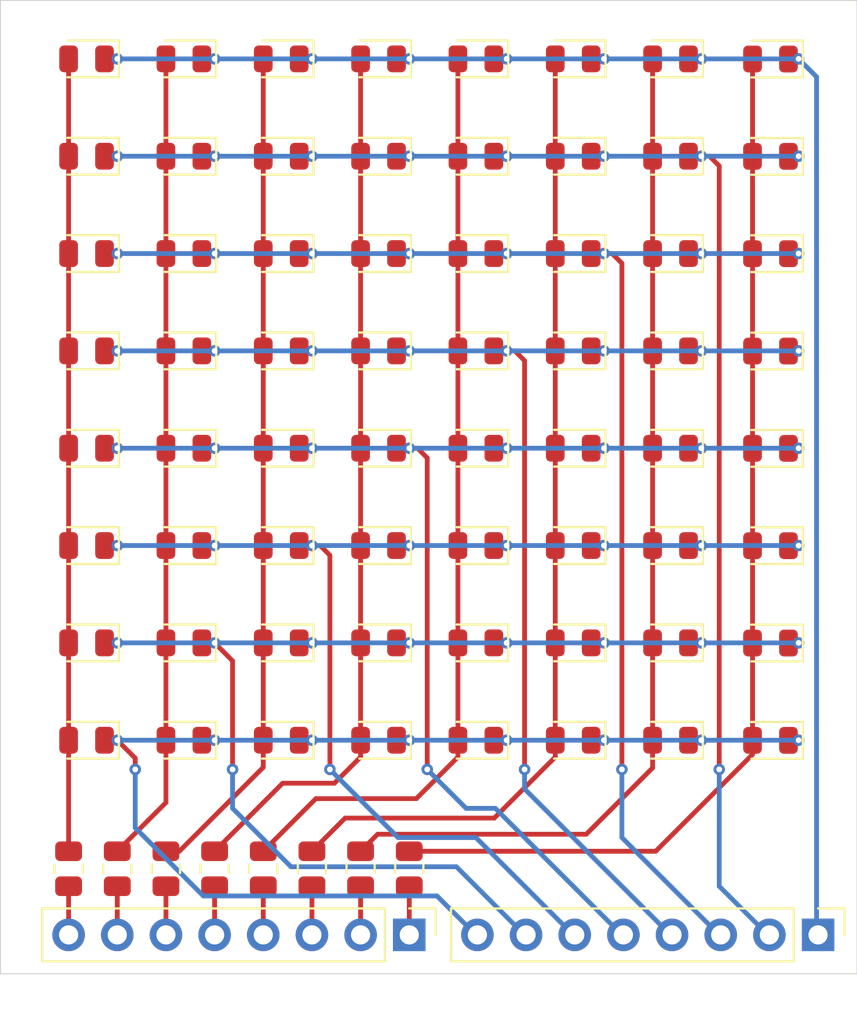
<source format=kicad_pcb>
(kicad_pcb (version 20241229) (generator "pcbnew") (generator_version "9.0")
  (layers (0 "F.Cu" signal) (2 "B.Cu" signal) (13 "F.Paste" user) (15 "B.Paste" user) (5 "F.SilkS" user "F.Silkscreen") (7 "B.SilkS" user "B.Silkscreen") (1 "F.Mask" user) (3 "B.Mask" user) (25 "Edge.Cuts" user))
  (net 0 "")
  (net 1 "Net-(D1-K)")
  (net 2 "Net-(D1-A)")
  (net 3 "Net-(D10-A)")
  (net 4 "Net-(D11-A)")
  (net 5 "Net-(D12-A)")
  (net 6 "Net-(D13-A)")
  (net 7 "Net-(D14-A)")
  (net 8 "Net-(D15-A)")
  (net 9 "Net-(D16-A)")
  (net 10 "Net-(D10-K)")
  (net 11 "Net-(D17-K)")
  (net 12 "Net-(D18-K)")
  (net 13 "Net-(D33-K)")
  (net 14 "Net-(D34-K)")
  (net 15 "Net-(D35-K)")
  (net 16 "Net-(D36-K)")
  (net 17 "Net-(J1-Pin_1)")
  (net 18 "Net-(J1-Pin_5)")
  (net 19 "Net-(J1-Pin_8)")
  (net 20 "Net-(J1-Pin_6)")
  (net 21 "Net-(J1-Pin_2)")
  (net 22 "Net-(J1-Pin_7)")
  (net 23 "Net-(J1-Pin_4)")
  (net 24 "Net-(J1-Pin_3)")
  (footprint "LED_SMD:LED_0805_2012Metric" (layer "F.Cu") (at 153.7095 109.52 180)
    (property "Reference" "D59" (hide yes))
    (property "Value" "LED")
  )
  (footprint "LED_SMD:LED_0805_2012Metric" (layer "F.Cu") (at 148.6295 109.52 180)
    (property "Reference" "D63" (hide yes))
    (property "Value" "LED")
  )
  (footprint "LED_SMD:LED_0805_2012Metric" (layer "F.Cu") (at 153.7095 79.04 180)
    (property "Reference" "D7" (hide yes))
    (property "Value" "LED")
  )
  (footprint "LED_SMD:LED_0805_2012Metric" (layer "F.Cu") (at 168.9495 79.04 180)
    (property "Reference" "D4" (hide yes))
    (property "Value" "LED")
  )
  (footprint "LED_SMD:LED_0805_2012Metric" (layer "F.Cu") (at 179.1095 114.6 180)
    (property "Reference" "D40" (hide yes))
    (property "Value" "LED")
  )
  (footprint "LED_SMD:LED_0805_2012Metric" (layer "F.Cu") (at 184.325994 114.607608 180)
    (property "Reference" "D36" (hide yes))
    (property "Value" "LED")
  )
  (footprint "LED_SMD:LED_0805_2012Metric" (layer "F.Cu") (at 148.6295 99.36 180)
    (property "Reference" "D61" (hide yes))
    (property "Value" "LED")
  )
  (footprint "LED_SMD:LED_0805_2012Metric" (layer "F.Cu") (at 174.0295 109.52 180)
    (property "Reference" "D43" (hide yes))
    (property "Value" "LED")
  )
  (footprint "LED_SMD:LED_0805_2012Metric" (layer "F.Cu") (at 168.9495 89.2 180)
    (property "Reference" "D23" (hide yes))
    (property "Value" "LED")
  )
  (footprint "LED_SMD:LED_0805_2012Metric" (layer "F.Cu") (at 168.9495 104.44 180)
    (property "Reference" "D46" (hide yes))
    (property "Value" "LED")
  )
  (footprint "LED_SMD:LED_0805_2012Metric" (layer "F.Cu") (at 163.8695 94.28 180)
    (property "Reference" "D26" (hide yes))
    (property "Value" "LED")
  )
  (footprint "LED_SMD:LED_0805_2012Metric" (layer "F.Cu") (at 179.1095 84.12 180)
    (property "Reference" "D10" (hide yes))
    (property "Value" "LED")
  )
  (footprint "Resistor_SMD:R_0805_2012Metric" (layer "F.Cu") (at 160.392 121.3075 -90)
    (property "Reference" "R3" (hide yes))
    (property "Value" "R")
  )
  (footprint "LED_SMD:LED_0805_2012Metric" (layer "F.Cu") (at 153.7095 104.44 180)
    (property "Reference" "D58" (hide yes))
    (property "Value" "LED")
  )
  (footprint "LED_SMD:LED_0805_2012Metric" (layer "F.Cu") (at 153.7095 99.36 180)
    (property "Reference" "D57" (hide yes))
    (property "Value" "LED")
  )
  (footprint "LED_SMD:LED_0805_2012Metric" (layer "F.Cu") (at 174.0295 89.2 180)
    (property "Reference" "D21" (hide yes))
    (property "Value" "LED")
  )
  (footprint "Resistor_SMD:R_0805_2012Metric" (layer "F.Cu") (at 152.772 121.3075 -90)
    (property "Reference" "R6" (hide yes))
    (property "Value" "R")
  )
  (footprint "LED_SMD:LED_0805_2012Metric" (layer "F.Cu") (at 148.6295 84.12 180)
    (property "Reference" "D16" (hide yes))
    (property "Value" "LED")
  )
  (footprint "LED_SMD:LED_0805_2012Metric" (layer "F.Cu") (at 184.325994 109.527608 180)
    (property "Reference" "D35" (hide yes))
    (property "Value" "LED")
  )
  (footprint "LED_SMD:LED_0805_2012Metric" (layer "F.Cu") (at 168.9495 114.6 180)
    (property "Reference" "D48" (hide yes))
    (property "Value" "LED")
  )
  (footprint "Connector_PinHeader_2.54mm:PinHeader_1x08_P2.54mm_Vertical" (layer "F.Cu") (at 186.808 124.76 -90)
    (property "Reference" "J2" (hide yes))
    (property "Value" "Conn_01x08")
  )
  (footprint "LED_SMD:LED_0805_2012Metric" (layer "F.Cu") (at 158.7895 114.6 180)
    (property "Reference" "D56" (hide yes))
    (property "Value" "LED")
  )
  (footprint "LED_SMD:LED_0805_2012Metric" (layer "F.Cu") (at 148.6295 94.28 180)
    (property "Reference" "D32" (hide yes))
    (property "Value" "LED")
  )
  (footprint "Resistor_SMD:R_0805_2012Metric" (layer "F.Cu") (at 157.852 121.3075 -90)
    (property "Reference" "R4" (hide yes))
    (property "Value" "R")
  )
  (footprint "LED_SMD:LED_0805_2012Metric" (layer "F.Cu") (at 184.325994 94.287608 180)
    (property "Reference" "D18" (hide yes))
    (property "Value" "LED")
  )
  (footprint "LED_SMD:LED_0805_2012Metric" (layer "F.Cu") (at 148.6295 79.04 180)
    (property "Reference" "D8" (hide yes))
    (property "Value" "LED")
  )
  (footprint "Resistor_SMD:R_0805_2012Metric" (layer "F.Cu") (at 162.932 121.3075 -90)
    (property "Reference" "R2" (hide yes))
    (property "Value" "R")
  )
  (footprint "Resistor_SMD:R_0805_2012Metric" (layer "F.Cu") (at 150.232 121.3075 -90)
    (property "Reference" "R7" (hide yes))
    (property "Value" "R")
  )
  (footprint "LED_SMD:LED_0805_2012Metric" (layer "F.Cu") (at 174.0295 94.28 180)
    (property "Reference" "D22" (hide yes))
    (property "Value" "LED")
  )
  (footprint "LED_SMD:LED_0805_2012Metric" (layer "F.Cu") (at 158.7895 99.36 180)
    (property "Reference" "D53" (hide yes))
    (property "Value" "LED")
  )
  (footprint "LED_SMD:LED_0805_2012Metric" (layer "F.Cu") (at 174.0295 79.04 180)
    (property "Reference" "D3" (hide yes))
    (property "Value" "LED")
  )
  (footprint "LED_SMD:LED_0805_2012Metric" (layer "F.Cu") (at 174.0295 84.12 180)
    (property "Reference" "D11" (hide yes))
    (property "Value" "LED")
  )
  (footprint "Resistor_SMD:R_0805_2012Metric" (layer "F.Cu") (at 155.312 121.3075 -90)
    (property "Reference" "R5" (hide yes))
    (property "Value" "R")
  )
  (footprint "LED_SMD:LED_0805_2012Metric" (layer "F.Cu") (at 184.325994 79.047608 180)
    (property "Reference" "D1" (hide yes))
    (property "Value" "LED")
  )
  (footprint "LED_SMD:LED_0805_2012Metric" (layer "F.Cu") (at 163.8695 89.2 180)
    (property "Reference" "D25" (hide yes))
    (property "Value" "LED")
  )
  (footprint "LED_SMD:LED_0805_2012Metric" (layer "F.Cu") (at 174.0295 104.44 180)
    (property "Reference" "D42" (hide yes))
    (property "Value" "LED")
  )
  (footprint "LED_SMD:LED_0805_2012Metric" (layer "F.Cu") (at 174.0295 114.6 180)
    (property "Reference" "D44" (hide yes))
    (property "Value" "LED")
  )
  (footprint "LED_SMD:LED_0805_2012Metric" (layer "F.Cu") (at 153.7095 89.2 180)
    (property "Reference" "D29" (hide yes))
    (property "Value" "LED")
  )
  (footprint "LED_SMD:LED_0805_2012Metric" (layer "F.Cu") (at 153.7095 84.12 180)
    (property "Reference" "D15" (hide yes))
    (property "Value" "LED")
  )
  (footprint "Connector_PinHeader_2.54mm:PinHeader_1x08_P2.54mm_Vertical" (layer "F.Cu") (at 165.472 124.76 -90)
    (property "Reference" "J1" (hide yes))
    (property "Value" "Conn_01x08")
  )
  (footprint "LED_SMD:LED_0805_2012Metric" (layer "F.Cu") (at 184.325994 84.127608 180)
    (property "Reference" "D9" (hide yes))
    (property "Value" "LED")
  )
  (footprint "LED_SMD:LED_0805_2012Metric" (layer "F.Cu") (at 158.7895 79.04 180)
    (property "Reference" "D6" (hide yes))
    (property "Value" "LED")
  )
  (footprint "LED_SMD:LED_0805_2012Metric" (layer "F.Cu") (at 153.7095 114.6 180)
    (property "Reference" "D60" (hide yes))
    (property "Value" "LED")
  )
  (footprint "LED_SMD:LED_0805_2012Metric" (layer "F.Cu") (at 163.8695 79.04 180)
    (property "Reference" "D5" (hide yes))
    (property "Value" "LED")
  )
  (footprint "LED_SMD:LED_0805_2012Metric" (layer "F.Cu") (at 148.6295 114.6 180)
    (property "Reference" "D64" (hide yes))
    (property "Value" "LED")
  )
  (footprint "LED_SMD:LED_0805_2012Metric" (layer "F.Cu") (at 168.9495 84.12 180)
    (property "Reference" "D12" (hide yes))
    (property "Value" "LED")
  )
  (footprint "LED_SMD:LED_0805_2012Metric" (layer "F.Cu") (at 179.1095 79.04 180)
    (property "Reference" "D2" (hide yes))
    (property "Value" "LED")
  )
  (footprint "LED_SMD:LED_0805_2012Metric" (layer "F.Cu") (at 163.8695 109.52 180)
    (property "Reference" "D51" (hide yes))
    (property "Value" "LED")
  )
  (footprint "LED_SMD:LED_0805_2012Metric" (layer "F.Cu") (at 168.9495 94.28 180)
    (property "Reference" "D24" (hide yes))
    (property "Value" "LED")
  )
  (footprint "LED_SMD:LED_0805_2012Metric" (layer "F.Cu") (at 168.9495 99.36 180)
    (property "Reference" "D45" (hide yes))
    (property "Value" "LED")
  )
  (footprint "LED_SMD:LED_0805_2012Metric" (layer "F.Cu") (at 158.7895 94.28 180)
    (property "Reference" "D28" (hide yes))
    (property "Value" "LED")
  )
  (footprint "LED_SMD:LED_0805_2012Metric" (layer "F.Cu") (at 163.8695 104.44 180)
    (property "Reference" "D50" (hide yes))
    (property "Value" "LED")
  )
  (footprint "Resistor_SMD:R_0805_2012Metric" (layer "F.Cu") (at 165.472 121.3075 -90)
    (property "Reference" "R1" (hide yes))
    (property "Value" "R")
  )
  (footprint "LED_SMD:LED_0805_2012Metric" (layer "F.Cu") (at 179.1095 94.28 180)
    (property "Reference" "D20" (hide yes))
    (property "Value" "LED")
  )
  (footprint "LED_SMD:LED_0805_2012Metric" (layer "F.Cu") (at 184.325994 99.367608 180)
    (property "Reference" "D33" (hide yes))
    (property "Value" "LED")
  )
  (footprint "Resistor_SMD:R_0805_2012Metric" (layer "F.Cu") (at 147.692 121.3075 -90)
    (property "Reference" "R8" (hide yes))
    (property "Value" "R")
  )
  (footprint "LED_SMD:LED_0805_2012Metric" (layer "F.Cu") (at 179.1095 89.2 180)
    (property "Reference" "D19" (hide yes))
    (property "Value" "LED")
  )
  (footprint "LED_SMD:LED_0805_2012Metric" (layer "F.Cu") (at 184.325994 104.447608 180)
    (property "Reference" "D34" (hide yes))
    (property "Value" "LED")
  )
  (footprint "LED_SMD:LED_0805_2012Metric" (layer "F.Cu") (at 179.1095 104.44 180)
    (property "Reference" "D38" (hide yes))
    (property "Value" "LED")
  )
  (footprint "LED_SMD:LED_0805_2012Metric" (layer "F.Cu") (at 184.325994 89.207608 180)
    (property "Reference" "D17" (hide yes))
    (property "Value" "LED")
  )
  (footprint "LED_SMD:LED_0805_2012Metric" (layer "F.Cu") (at 158.7895 84.12 180)
    (property "Reference" "D14" (hide yes))
    (property "Value" "LED")
  )
  (footprint "LED_SMD:LED_0805_2012Metric" (layer "F.Cu") (at 153.7095 94.28 180)
    (property "Reference" "D30" (hide yes))
    (property "Value" "LED")
  )
  (footprint "LED_SMD:LED_0805_2012Metric" (layer "F.Cu") (at 179.1095 109.52 180)
    (property "Reference" "D39" (hide yes))
    (property "Value" "LED")
  )
  (footprint "LED_SMD:LED_0805_2012Metric" (layer "F.Cu") (at 163.8695 84.12 180)
    (property "Reference" "D13" (hide yes))
    (property "Value" "LED")
  )
  (footprint "LED_SMD:LED_0805_2012Metric" (layer "F.Cu") (at 163.8695 114.6 180)
    (property "Reference" "D52" (hide yes))
    (property "Value" "LED")
  )
  (footprint "LED_SMD:LED_0805_2012Metric" (layer "F.Cu") (at 158.7895 89.2 180)
    (property "Reference" "D27" (hide yes))
    (property "Value" "LED")
  )
  (footprint "LED_SMD:LED_0805_2012Metric" (layer "F.Cu") (at 158.7895 104.44 180)
    (property "Reference" "D54" (hide yes))
    (property "Value" "LED")
  )
  (footprint "LED_SMD:LED_0805_2012Metric" (layer "F.Cu") (at 174.0295 99.36 180)
    (property "Reference" "D41" (hide yes))
    (property "Value" "LED")
  )
  (footprint "LED_SMD:LED_0805_2012Metric" (layer "F.Cu") (at 179.1095 99.36 180)
    (property "Reference" "D37" (hide yes))
    (property "Value" "LED")
  )
  (footprint "LED_SMD:LED_0805_2012Metric" (layer "F.Cu") (at 148.6295 89.2 180)
    (property "Reference" "D31" (hide yes))
    (property "Value" "LED")
  )
  (footprint "LED_SMD:LED_0805_2012Metric" (layer "F.Cu") (at 168.9495 109.52 180)
    (property "Reference" "D47" (hide yes))
    (property "Value" "LED")
  )
  (footprint "LED_SMD:LED_0805_2012Metric" (layer "F.Cu") (at 148.6295 104.44 180)
    (property "Reference" "D62" (hide yes))
    (property "Value" "LED")
  )
  (footprint "LED_SMD:LED_0805_2012Metric" (layer "F.Cu") (at 163.8695 99.36 180)
    (property "Reference" "D49" (hide yes))
    (property "Value" "LED")
  )
  (footprint "LED_SMD:LED_0805_2012Metric" (layer "F.Cu") (at 158.7895 109.52 180)
    (property "Reference" "D55" (hide yes))
    (property "Value" "LED")
  )
  (gr_rect (start 144.136 75.992) (end 188.84 126.792) (stroke (width 0.05)) (fill no) (layer "Edge.Cuts"))
  (segment (start 180.712 79.04) (end 180.712 79.1185) (width 0.25) (layer "F.Cu") (net 1))
  (segment (start 149.567 79.04) (end 150.232 79.04) (width 0.25) (layer "F.Cu") (net 1))
  (segment (start 185.784392 79.047608) (end 185.792 79.04) (width 0.25) (layer "F.Cu") (net 1))
  (segment (start 185.263494 79.047608) (end 185.784392 79.047608) (width 0.25) (layer "F.Cu") (net 1))
  (segment (start 159.727 79.04) (end 160.392 79.04) (width 0.25) (layer "F.Cu") (net 1))
  (segment (start 174.967 79.04) (end 175.632 79.04) (width 0.25) (layer "F.Cu") (net 1))
  (segment (start 154.647 79.04) (end 155.312 79.04) (width 0.25) (layer "F.Cu") (net 1))
  (segment (start 180.047 79.04) (end 180.712 79.04) (width 0.25) (layer "F.Cu") (net 1))
  (segment (start 164.807 79.04) (end 165.472 79.04) (width 0.25) (layer "F.Cu") (net 1))
  (segment (start 169.887 79.04) (end 170.552 79.04) (width 0.25) (layer "F.Cu") (net 1))
  (via (at 155.312 79.04) (size 0.6) (drill 0.3) (layers "F.Cu" "B.Cu") (net 1))
  (via (at 175.632 79.04) (size 0.6) (drill 0.3) (layers "F.Cu" "B.Cu") (net 1))
  (via (at 160.392 79.04) (size 0.6) (drill 0.3) (layers "F.Cu" "B.Cu") (net 1))
  (via (at 150.232 79.04) (size 0.6) (drill 0.3) (layers "F.Cu" "B.Cu") (net 1))
  (via (at 180.712 79.04) (size 0.6) (drill 0.3) (layers "F.Cu" "B.Cu") (net 1))
  (via (at 170.552 79.04) (size 0.6) (drill 0.3) (layers "F.Cu" "B.Cu") (net 1))
  (via (at 185.792 79.04) (size 0.6) (drill 0.3) (layers "F.Cu" "B.Cu") (net 1))
  (via (at 165.472 79.04) (size 0.6) (drill 0.3) (layers "F.Cu" "B.Cu") (net 1))
  (segment (start 165.472 79.04) (end 170.552 79.04) (width 0.25) (layer "B.Cu") (net 1))
  (segment (start 160.392 79.04) (end 165.472 79.04) (width 0.25) (layer "B.Cu") (net 1))
  (segment (start 175.632 79.04) (end 180.712 79.04) (width 0.25) (layer "B.Cu") (net 1))
  (segment (start 186.7295 124.76) (end 186.7295 79.9775) (width 0.25) (layer "B.Cu") (net 1))
  (segment (start 186.7295 79.9775) (end 185.792 79.04) (width 0.25) (layer "B.Cu") (net 1))
  (segment (start 170.552 79.04) (end 175.632 79.04) (width 0.25) (layer "B.Cu") (net 1))
  (segment (start 180.712 79.04) (end 185.792 79.04) (width 0.25) (layer "B.Cu") (net 1))
  (segment (start 150.232 79.04) (end 155.312 79.04) (width 0.25) (layer "B.Cu") (net 1))
  (segment (start 155.312 79.04) (end 160.392 79.04) (width 0.25) (layer "B.Cu") (net 1))
  (segment (start 165.472 120.395) (end 178.334509 120.395) (width 0.25) (layer "F.Cu") (net 2))
  (segment (start 183.388494 114.607608) (end 183.388494 79.047608) (width 0.25) (layer "F.Cu") (net 2))
  (segment (start 183.388494 115.341015) (end 183.388494 114.607608) (width 0.25) (layer "F.Cu") (net 2))
  (segment (start 178.334509 120.395) (end 183.388494 115.341015) (width 0.25) (layer "F.Cu") (net 2))
  (segment (start 178.172 114.6) (end 178.172 79.04) (width 0.25) (layer "F.Cu") (net 3))
  (segment (start 162.932 120.395) (end 163.8205 119.5065) (width 0.25) (layer "F.Cu") (net 3))
  (segment (start 163.8205 119.5065) (end 174.711 119.5065) (width 0.25) (layer "F.Cu") (net 3))
  (segment (start 174.711 119.5065) (end 178.172 116.0455) (width 0.25) (layer "F.Cu") (net 3))
  (segment (start 178.172 116.0455) (end 178.172 114.6) (width 0.25) (layer "F.Cu") (net 3))
  (segment (start 173.092 115.477509) (end 173.092 114.6) (width 0.25) (layer "F.Cu") (net 4))
  (segment (start 162.123 118.664) (end 169.905509 118.664) (width 0.25) (layer "F.Cu") (net 4))
  (segment (start 160.392 120.395) (end 162.123 118.664) (width 0.25) (layer "F.Cu") (net 4))
  (segment (start 173.092 114.6) (end 173.092 79.04) (width 0.25) (layer "F.Cu") (net 4))
  (segment (start 169.905509 118.664) (end 173.092 115.477509) (width 0.25) (layer "F.Cu") (net 4))
  (segment (start 168.012 115.477509) (end 168.012 114.6) (width 0.25) (layer "F.Cu") (net 5))
  (segment (start 165.841509 117.648) (end 168.012 115.477509) (width 0.25) (layer "F.Cu") (net 5))
  (segment (start 168.012 114.6) (end 168.012 79.04) (width 0.25) (layer "F.Cu") (net 5))
  (segment (start 157.852 120.395) (end 160.599 117.648) (width 0.25) (layer "F.Cu") (net 5))
  (segment (start 160.599 117.648) (end 165.841509 117.648) (width 0.25) (layer "F.Cu") (net 5))
  (segment (start 155.312 120.395) (end 158.8635 116.8435) (width 0.25) (layer "F.Cu") (net 6))
  (segment (start 155.312 120.188) (end 155.312 120.395) (width 0.25) (layer "F.Cu") (net 6))
  (segment (start 161.566009 116.8435) (end 162.932 115.477509) (width 0.25) (layer "F.Cu") (net 6))
  (segment (start 158.8635 116.8435) (end 161.566009 116.8435) (width 0.25) (layer "F.Cu") (net 6))
  (segment (start 162.932 114.6) (end 162.932 79.04) (width 0.25) (layer "F.Cu") (net 6))
  (segment (start 162.932 115.477509) (end 162.932 114.6) (width 0.25) (layer "F.Cu") (net 6))
  (segment (start 153.472 120.395) (end 157.852 116.015) (width 0.25) (layer "F.Cu") (net 7))
  (segment (start 152.772 120.395) (end 153.472 120.395) (width 0.25) (layer "F.Cu") (net 7))
  (segment (start 157.852 114.6) (end 157.852 79.04) (width 0.25) (layer "F.Cu") (net 7))
  (segment (start 157.852 116.015) (end 157.852 114.6) (width 0.25) (layer "F.Cu") (net 7))
  (segment (start 152.772 117.855) (end 152.772 114.6) (width 0.25) (layer "F.Cu") (net 8))
  (segment (start 150.232 120.395) (end 152.772 117.855) (width 0.25) (layer "F.Cu") (net 8))
  (segment (start 152.772 114.6) (end 152.772 79.04) (width 0.25) (layer "F.Cu") (net 8))
  (segment (start 147.692 120.395) (end 147.692 114.6) (width 0.25) (layer "F.Cu") (net 9))
  (segment (start 147.692 114.6) (end 147.692 79.04) (width 0.25) (layer "F.Cu") (net 9))
  (segment (start 181.1415 84.12) (end 181.6495 84.628) (width 0.25) (layer "F.Cu") (net 10))
  (segment (start 180.047 84.12) (end 180.712 84.12) (width 0.25) (layer "F.Cu") (net 10))
  (segment (start 164.807 84.12) (end 165.472 84.12) (width 0.25) (layer "F.Cu") (net 10))
  (segment (start 149.567 84.12) (end 150.232 84.12) (width 0.25) (layer "F.Cu") (net 10))
  (segment (start 154.647 84.12) (end 155.312 84.12) (width 0.25) (layer "F.Cu") (net 10))
  (segment (start 174.967 84.12) (end 175.632 84.12) (width 0.25) (layer "F.Cu") (net 10))
  (segment (start 169.887 84.12) (end 170.552 84.12) (width 0.25) (layer "F.Cu") (net 10))
  (segment (start 181.6495 115.616) (end 181.6495 116.124) (width 0.25) (layer "F.Cu") (net 10))
  (segment (start 159.727 84.12) (end 160.392 84.12) (width 0.25) (layer "F.Cu") (net 10))
  (segment (start 181.6495 84.628) (end 181.6495 115.616) (width 0.25) (layer "F.Cu") (net 10))
  (segment (start 180.712 84.12) (end 181.1415 84.12) (width 0.25) (layer "F.Cu") (net 10))
  (segment (start 185.263494 84.127608) (end 185.784392 84.127608) (width 0.25) (layer "F.Cu") (net 10))
  (segment (start 185.784392 84.127608) (end 185.792 84.12) (width 0.25) (layer "F.Cu") (net 10))
  (via (at 181.6495 116.124) (size 0.6) (drill 0.3) (layers "F.Cu" "B.Cu") (net 10))
  (via (at 170.552 84.12) (size 0.6) (drill 0.3) (layers "F.Cu" "B.Cu") (net 10))
  (via (at 165.472 84.12) (size 0.6) (drill 0.3) (layers "F.Cu" "B.Cu") (net 10))
  (via (at 175.632 84.12) (size 0.6) (drill 0.3) (layers "F.Cu" "B.Cu") (net 10))
  (via (at 180.712 84.12) (size 0.6) (drill 0.3) (layers "F.Cu" "B.Cu") (net 10))
  (via (at 160.392 84.12) (size 0.6) (drill 0.3) (layers "F.Cu" "B.Cu") (net 10))
  (via (at 155.312 84.12) (size 0.6) (drill 0.3) (layers "F.Cu" "B.Cu") (net 10))
  (via (at 185.792 84.12) (size 0.6) (drill 0.3) (layers "F.Cu" "B.Cu") (net 10))
  (via (at 150.232 84.12) (size 0.6) (drill 0.3) (layers "F.Cu" "B.Cu") (net 10))
  (segment (start 150.232 84.12) (end 155.312 84.12) (width 0.25) (layer "B.Cu") (net 10))
  (segment (start 175.632 84.12) (end 180.712 84.12) (width 0.25) (layer "B.Cu") (net 10))
  (segment (start 180.712 84.12) (end 185.792 84.12) (width 0.25) (layer "B.Cu") (net 10))
  (segment (start 181.6495 122.22) (end 181.6495 116.124) (width 0.25) (layer "B.Cu") (net 10))
  (segment (start 170.552 84.12) (end 175.632 84.12) (width 0.25) (layer "B.Cu") (net 10))
  (segment (start 160.392 84.12) (end 165.472 84.12) (width 0.25) (layer "B.Cu") (net 10))
  (segment (start 155.312 84.12) (end 160.392 84.12) (width 0.25) (layer "B.Cu") (net 10))
  (segment (start 184.1895 124.76) (end 181.6495 122.22) (width 0.25) (layer "B.Cu") (net 10))
  (segment (start 165.472 84.12) (end 170.552 84.12) (width 0.25) (layer "B.Cu") (net 10))
  (segment (start 149.567 89.2) (end 150.232 89.2) (width 0.25) (layer "F.Cu") (net 11))
  (segment (start 176.5695 115.108) (end 176.5695 116.124) (width 0.25) (layer "F.Cu") (net 11))
  (segment (start 185.263494 89.207608) (end 185.784392 89.207608) (width 0.25) (layer "F.Cu") (net 11))
  (segment (start 174.967 89.2) (end 175.632 89.2) (width 0.25) (layer "F.Cu") (net 11))
  (segment (start 180.047 89.2) (end 180.712 89.2) (width 0.25) (layer "F.Cu") (net 11))
  (segment (start 169.887 89.2) (end 170.552 89.2) (width 0.25) (layer "F.Cu") (net 11))
  (segment (start 159.727 89.2) (end 160.392 89.2) (width 0.25) (layer "F.Cu") (net 11))
  (segment (start 176.0615 89.2) (end 176.5695 89.708) (width 0.25) (layer "F.Cu") (net 11))
  (segment (start 154.647 89.2) (end 155.312 89.2) (width 0.25) (layer "F.Cu") (net 11))
  (segment (start 176.5695 89.708) (end 176.5695 115.108) (width 0.25) (layer "F.Cu") (net 11))
  (segment (start 175.632 89.2) (end 176.0615 89.2) (width 0.25) (layer "F.Cu") (net 11))
  (segment (start 185.784392 89.207608) (end 185.792 89.2) (width 0.25) (layer "F.Cu") (net 11))
  (segment (start 164.807 89.2) (end 165.472 89.2) (width 0.25) (layer "F.Cu") (net 11))
  (via (at 150.232 89.2) (size 0.6) (drill 0.3) (layers "F.Cu" "B.Cu") (net 11))
  (via (at 155.312 89.2) (size 0.6) (drill 0.3) (layers "F.Cu" "B.Cu") (net 11))
  (via (at 160.392 89.2) (size 0.6) (drill 0.3) (layers "F.Cu" "B.Cu") (net 11))
  (via (at 170.552 89.2) (size 0.6) (drill 0.3) (layers "F.Cu" "B.Cu") (net 11))
  (via (at 175.632 89.2) (size 0.6) (drill 0.3) (layers "F.Cu" "B.Cu") (net 11))
  (via (at 185.792 89.2) (size 0.6) (drill 0.3) (layers "F.Cu" "B.Cu") (net 11))
  (via (at 165.472 89.2) (size 0.6) (drill 0.3) (layers "F.Cu" "B.Cu") (net 11))
  (via (at 180.712 89.2) (size 0.6) (drill 0.3) (layers "F.Cu" "B.Cu") (net 11))
  (via (at 176.5695 116.124) (size 0.6) (drill 0.3) (layers "F.Cu" "B.Cu") (net 11))
  (segment (start 150.232 89.2) (end 155.312 89.2) (width 0.25) (layer "B.Cu") (net 11))
  (segment (start 180.712 89.2) (end 185.792 89.2) (width 0.25) (layer "B.Cu") (net 11))
  (segment (start 170.552 89.2) (end 175.632 89.2) (width 0.25) (layer "B.Cu") (net 11))
  (segment (start 181.6495 124.76) (end 176.5695 119.68) (width 0.25) (layer "B.Cu") (net 11))
  (segment (start 176.5695 119.68) (end 176.5695 116.124) (width 0.25) (layer "B.Cu") (net 11))
  (segment (start 160.392 89.2) (end 165.472 89.2) (width 0.25) (layer "B.Cu") (net 11))
  (segment (start 165.472 89.2) (end 170.552 89.2) (width 0.25) (layer "B.Cu") (net 11))
  (segment (start 175.632 89.2) (end 180.712 89.2) (width 0.25) (layer "B.Cu") (net 11))
  (segment (start 155.312 89.2) (end 160.392 89.2) (width 0.25) (layer "B.Cu") (net 11))
  (segment (start 185.263494 94.287608) (end 185.784392 94.287608) (width 0.25) (layer "F.Cu") (net 12))
  (segment (start 169.887 94.28) (end 170.552 94.28) (width 0.25) (layer "F.Cu") (net 12))
  (segment (start 159.727 94.28) (end 160.392 94.28) (width 0.25) (layer "F.Cu") (net 12))
  (segment (start 170.9815 94.28) (end 171.4895 94.788) (width 0.25) (layer "F.Cu") (net 12))
  (segment (start 164.807 94.28) (end 165.472 94.28) (width 0.25) (layer "F.Cu") (net 12))
  (segment (start 174.967 94.28) (end 175.632 94.28) (width 0.25) (layer "F.Cu") (net 12))
  (segment (start 154.647 94.28) (end 155.312 94.28) (width 0.25) (layer "F.Cu") (net 12))
  (segment (start 185.784392 94.287608) (end 185.792 94.28) (width 0.25) (layer "F.Cu") (net 12))
  (segment (start 171.4895 94.788) (end 171.4895 116.124) (width 0.25) (layer "F.Cu") (net 12))
  (segment (start 180.047 94.28) (end 180.712 94.28) (width 0.25) (layer "F.Cu") (net 12))
  (segment (start 149.567 94.28) (end 150.232 94.28) (width 0.25) (layer "F.Cu") (net 12))
  (segment (start 170.552 94.28) (end 170.9815 94.28) (width 0.25) (layer "F.Cu") (net 12))
  (via (at 160.392 94.28) (size 0.6) (drill 0.3) (layers "F.Cu" "B.Cu") (net 12))
  (via (at 155.312 94.28) (size 0.6) (drill 0.3) (layers "F.Cu" "B.Cu") (net 12))
  (via (at 150.232 94.28) (size 0.6) (drill 0.3) (layers "F.Cu" "B.Cu") (net 12))
  (via (at 175.632 94.28) (size 0.6) (drill 0.3) (layers "F.Cu" "B.Cu") (net 12))
  (via (at 170.552 94.28) (size 0.6) (drill 0.3) (layers "F.Cu" "B.Cu") (net 12))
  (via (at 165.472 94.28) (size 0.6) (drill 0.3) (layers "F.Cu" "B.Cu") (net 12))
  (via (at 185.792 94.28) (size 0.6) (drill 0.3) (layers "F.Cu" "B.Cu") (net 12))
  (via (at 180.712 94.28) (size 0.6) (drill 0.3) (layers "F.Cu" "B.Cu") (net 12))
  (via (at 171.4895 116.124) (size 0.6) (drill 0.3) (layers "F.Cu" "B.Cu") (net 12))
  (segment (start 179.1095 124.76) (end 171.4895 117.14) (width 0.25) (layer "B.Cu") (net 12))
  (segment (start 170.552 94.28) (end 175.632 94.28) (width 0.25) (layer "B.Cu") (net 12))
  (segment (start 150.232 94.28) (end 155.312 94.28) (width 0.25) (layer "B.Cu") (net 12))
  (segment (start 160.392 94.28) (end 165.472 94.28) (width 0.25) (layer "B.Cu") (net 12))
  (segment (start 175.632 94.28) (end 180.712 94.28) (width 0.25) (layer "B.Cu") (net 12))
  (segment (start 165.472 94.28) (end 170.552 94.28) (width 0.25) (layer "B.Cu") (net 12))
  (segment (start 155.312 94.28) (end 160.392 94.28) (width 0.25) (layer "B.Cu") (net 12))
  (segment (start 180.712 94.28) (end 185.792 94.28) (width 0.25) (layer "B.Cu") (net 12))
  (segment (start 171.4895 117.14) (end 171.4895 116.124) (width 0.25) (layer "B.Cu") (net 12))
  (segment (start 154.647 99.36) (end 155.312 99.36) (width 0.25) (layer "F.Cu") (net 13))
  (segment (start 166.4095 99.868) (end 166.4095 116.124) (width 0.25) (layer "F.Cu") (net 13))
  (segment (start 169.887 99.36) (end 170.552 99.36) (width 0.25) (layer "F.Cu") (net 13))
  (segment (start 180.047 99.36) (end 180.712 99.36) (width 0.25) (layer "F.Cu") (net 13))
  (segment (start 185.784392 99.367608) (end 185.792 99.36) (width 0.25) (layer "F.Cu") (net 13))
  (segment (start 185.263494 99.367608) (end 185.784392 99.367608) (width 0.25) (layer "F.Cu") (net 13))
  (segment (start 174.967 99.36) (end 175.632 99.36) (width 0.25) (layer "F.Cu") (net 13))
  (segment (start 165.472 99.36) (end 165.9015 99.36) (width 0.25) (layer "F.Cu") (net 13))
  (segment (start 159.727 99.36) (end 160.392 99.36) (width 0.25) (layer "F.Cu") (net 13))
  (segment (start 164.807 99.36) (end 165.472 99.36) (width 0.25) (layer "F.Cu") (net 13))
  (segment (start 165.9015 99.36) (end 166.4095 99.868) (width 0.25) (layer "F.Cu") (net 13))
  (segment (start 149.567 99.36) (end 150.232 99.36) (width 0.25) (layer "F.Cu") (net 13))
  (via (at 160.392 99.36) (size 0.6) (drill 0.3) (layers "F.Cu" "B.Cu") (net 13))
  (via (at 180.712 99.36) (size 0.6) (drill 0.3) (layers "F.Cu" "B.Cu") (net 13))
  (via (at 165.472 99.36) (size 0.6) (drill 0.3) (layers "F.Cu" "B.Cu") (net 13))
  (via (at 185.792 99.36) (size 0.6) (drill 0.3) (layers "F.Cu" "B.Cu") (net 13))
  (via (at 155.312 99.36) (size 0.6) (drill 0.3) (layers "F.Cu" "B.Cu") (net 13))
  (via (at 150.232 99.36) (size 0.6) (drill 0.3) (layers "F.Cu" "B.Cu") (net 13))
  (via (at 170.552 99.36) (size 0.6) (drill 0.3) (layers "F.Cu" "B.Cu") (net 13))
  (via (at 175.632 99.36) (size 0.6) (drill 0.3) (layers "F.Cu" "B.Cu") (net 13))
  (via (at 166.4095 116.124) (size 0.6) (drill 0.3) (layers "F.Cu" "B.Cu") (net 13))
  (segment (start 176.5695 124.76) (end 169.9655 118.156) (width 0.25) (layer "B.Cu") (net 13))
  (segment (start 180.712 99.36) (end 185.792 99.36) (width 0.25) (layer "B.Cu") (net 13))
  (segment (start 160.392 99.36) (end 165.472 99.36) (width 0.25) (layer "B.Cu") (net 13))
  (segment (start 165.472 99.36) (end 170.552 99.36) (width 0.25) (layer "B.Cu") (net 13))
  (segment (start 169.9655 118.156) (end 168.4415 118.156) (width 0.25) (layer "B.Cu") (net 13))
  (segment (start 150.232 99.36) (end 155.312 99.36) (width 0.25) (layer "B.Cu") (net 13))
  (segment (start 155.312 99.36) (end 160.392 99.36) (width 0.25) (layer "B.Cu") (net 13))
  (segment (start 175.632 99.36) (end 180.712 99.36) (width 0.25) (layer "B.Cu") (net 13))
  (segment (start 168.4415 118.156) (end 166.4095 116.124) (width 0.25) (layer "B.Cu") (net 13))
  (segment (start 170.552 99.36) (end 175.632 99.36) (width 0.25) (layer "B.Cu") (net 13))
  (segment (start 164.807 104.44) (end 165.472 104.44) (width 0.25) (layer "F.Cu") (net 14))
  (segment (start 160.392 104.44) (end 160.8215 104.44) (width 0.25) (layer "F.Cu") (net 14))
  (segment (start 149.567 104.44) (end 150.232 104.44) (width 0.25) (layer "F.Cu") (net 14))
  (segment (start 174.967 104.44) (end 175.632 104.44) (width 0.25) (layer "F.Cu") (net 14))
  (segment (start 154.647 104.44) (end 155.312 104.44) (width 0.25) (layer "F.Cu") (net 14))
  (segment (start 185.263494 104.447608) (end 185.784392 104.447608) (width 0.25) (layer "F.Cu") (net 14))
  (segment (start 169.887 104.44) (end 170.552 104.44) (width 0.25) (layer "F.Cu") (net 14))
  (segment (start 161.3295 104.948) (end 161.3295 116.124) (width 0.25) (layer "F.Cu") (net 14))
  (segment (start 185.784392 104.447608) (end 185.792 104.44) (width 0.25) (layer "F.Cu") (net 14))
  (segment (start 160.8215 104.44) (end 161.3295 104.948) (width 0.25) (layer "F.Cu") (net 14))
  (segment (start 180.047 104.44) (end 180.712 104.44) (width 0.25) (layer "F.Cu") (net 14))
  (segment (start 159.727 104.44) (end 160.392 104.44) (width 0.25) (layer "F.Cu") (net 14))
  (via (at 180.712 104.44) (size 0.6) (drill 0.3) (layers "F.Cu" "B.Cu") (net 14))
  (via (at 185.792 104.44) (size 0.6) (drill 0.3) (layers "F.Cu" "B.Cu") (net 14))
  (via (at 170.552 104.44) (size 0.6) (drill 0.3) (layers "F.Cu" "B.Cu") (net 14))
  (via (at 155.312 104.44) (size 0.6) (drill 0.3) (layers "F.Cu" "B.Cu") (net 14))
  (via (at 161.3295 116.124) (size 0.6) (drill 0.3) (layers "F.Cu" "B.Cu") (net 14))
  (via (at 160.392 104.44) (size 0.6) (drill 0.3) (layers "F.Cu" "B.Cu") (net 14))
  (via (at 165.472 104.44) (size 0.6) (drill 0.3) (layers "F.Cu" "B.Cu") (net 14))
  (via (at 175.632 104.44) (size 0.6) (drill 0.3) (layers "F.Cu" "B.Cu") (net 14))
  (via (at 150.232 104.44) (size 0.6) (drill 0.3) (layers "F.Cu" "B.Cu") (net 14))
  (segment (start 155.312 104.44) (end 160.392 104.44) (width 0.25) (layer "B.Cu") (net 14))
  (segment (start 150.232 104.44) (end 155.312 104.44) (width 0.25) (layer "B.Cu") (net 14))
  (segment (start 180.712 104.44) (end 185.792 104.44) (width 0.25) (layer "B.Cu") (net 14))
  (segment (start 164.8855 119.68) (end 161.3295 116.124) (width 0.25) (layer "B.Cu") (net 14))
  (segment (start 175.632 104.44) (end 180.712 104.44) (width 0.25) (layer "B.Cu") (net 14))
  (segment (start 165.472 104.44) (end 170.552 104.44) (width 0.25) (layer "B.Cu") (net 14))
  (segment (start 170.552 104.44) (end 175.632 104.44) (width 0.25) (layer "B.Cu") (net 14))
  (segment (start 168.9495 119.68) (end 164.8855 119.68) (width 0.25) (layer "B.Cu") (net 14))
  (segment (start 174.0295 124.76) (end 168.9495 119.68) (width 0.25) (layer "B.Cu") (net 14))
  (segment (start 160.392 104.44) (end 165.472 104.44) (width 0.25) (layer "B.Cu") (net 14))
  (segment (start 159.727 109.52) (end 160.392 109.52) (width 0.25) (layer "F.Cu") (net 15))
  (segment (start 164.807 109.52) (end 165.472 109.52) (width 0.25) (layer "F.Cu") (net 15))
  (segment (start 149.567 109.52) (end 150.232 109.52) (width 0.25) (layer "F.Cu") (net 15))
  (segment (start 169.887 109.52) (end 170.552 109.52) (width 0.25) (layer "F.Cu") (net 15))
  (segment (start 156.2495 110.4575) (end 156.2495 116.124) (width 0.25) (layer "F.Cu") (net 15))
  (segment (start 174.967 109.52) (end 175.632 109.52) (width 0.25) (layer "F.Cu") (net 15))
  (segment (start 154.647 109.52) (end 155.312 109.52) (width 0.25) (layer "F.Cu") (net 15))
  (segment (start 185.263494 109.527608) (end 185.784392 109.527608) (width 0.25) (layer "F.Cu") (net 15))
  (segment (start 185.784392 109.527608) (end 185.792 109.52) (width 0.25) (layer "F.Cu") (net 15))
  (segment (start 155.312 109.52) (end 156.2495 110.4575) (width 0.25) (layer "F.Cu") (net 15))
  (segment (start 180.047 109.52) (end 180.712 109.52) (width 0.25) (layer "F.Cu") (net 15))
  (via (at 160.392 109.52) (size 0.6) (drill 0.3) (layers "F.Cu" "B.Cu") (net 15))
  (via (at 165.472 109.52) (size 0.6) (drill 0.3) (layers "F.Cu" "B.Cu") (net 15))
  (via (at 170.552 109.52) (size 0.6) (drill 0.3) (layers "F.Cu" "B.Cu") (net 15))
  (via (at 175.632 109.52) (size 0.6) (drill 0.3) (layers "F.Cu" "B.Cu") (net 15))
  (via (at 185.792 109.52) (size 0.6) (drill 0.3) (layers "F.Cu" "B.Cu") (net 15))
  (via (at 150.232 109.52) (size 0.6) (drill 0.3) (layers "F.Cu" "B.Cu") (net 15))
  (via (at 180.712 109.52) (size 0.6) (drill 0.3) (layers "F.Cu" "B.Cu") (net 15))
  (via (at 155.312 109.52) (size 0.6) (drill 0.3) (layers "F.Cu" "B.Cu") (net 15))
  (via (at 156.2495 116.124) (size 0.6) (drill 0.3) (layers "F.Cu" "B.Cu") (net 15))
  (segment (start 156.2495 118.156) (end 156.2495 116.124) (width 0.25) (layer "B.Cu") (net 15))
  (segment (start 167.9335 121.204) (end 159.2975 121.204) (width 0.25) (layer "B.Cu") (net 15))
  (segment (start 175.632 109.52) (end 180.712 109.52) (width 0.25) (layer "B.Cu") (net 15))
  (segment (start 171.4895 124.76) (end 167.9335 121.204) (width 0.25) (layer "B.Cu") (net 15))
  (segment (start 165.472 109.52) (end 170.552 109.52) (width 0.25) (layer "B.Cu") (net 15))
  (segment (start 150.232 109.52) (end 155.312 109.52) (width 0.25) (layer "B.Cu") (net 15))
  (segment (start 160.392 109.52) (end 165.472 109.52) (width 0.25) (layer "B.Cu") (net 15))
  (segment (start 155.312 109.52) (end 160.392 109.52) (width 0.25) (layer "B.Cu") (net 15))
  (segment (start 159.2975 121.204) (end 156.2495 118.156) (width 0.25) (layer "B.Cu") (net 15))
  (segment (start 170.552 109.52) (end 175.632 109.52) (width 0.25) (layer "B.Cu") (net 15))
  (segment (start 180.712 109.52) (end 185.792 109.52) (width 0.25) (layer "B.Cu") (net 15))
  (segment (start 185.784392 114.607608) (end 185.792 114.6) (width 0.25) (layer "F.Cu") (net 16))
  (segment (start 174.967 114.6) (end 175.632 114.6) (width 0.25) (layer "F.Cu") (net 16))
  (segment (start 151.1695 115.5375) (end 151.1695 116.124) (width 0.25) (layer "F.Cu") (net 16))
  (segment (start 149.567 114.6) (end 150.232 114.6) (width 0.25) (layer "F.Cu") (net 16))
  (segment (start 169.887 114.6) (end 170.552 114.6) (width 0.25) (layer "F.Cu") (net 16))
  (segment (start 150.232 114.6) (end 151.1695 115.5375) (width 0.25) (layer "F.Cu") (net 16))
  (segment (start 164.807 114.6) (end 165.472 114.6) (width 0.25) (layer "F.Cu") (net 16))
  (segment (start 180.047 114.6) (end 180.712 114.6) (width 0.25) (layer "F.Cu") (net 16))
  (segment (start 185.263494 114.607608) (end 185.784392 114.607608) (width 0.25) (layer "F.Cu") (net 16))
  (segment (start 159.727 114.6) (end 160.392 114.6) (width 0.25) (layer "F.Cu") (net 16))
  (segment (start 154.647 114.6) (end 155.312 114.6) (width 0.25) (layer "F.Cu") (net 16))
  (via (at 165.472 114.6) (size 0.6) (drill 0.3) (layers "F.Cu" "B.Cu") (net 16))
  (via (at 151.1695 116.124) (size 0.6) (drill 0.3) (layers "F.Cu" "B.Cu") (net 16))
  (via (at 150.232 114.6) (size 0.6) (drill 0.3) (layers "F.Cu" "B.Cu") (net 16))
  (via (at 160.392 114.6) (size 0.6) (drill 0.3) (layers "F.Cu" "B.Cu") (net 16))
  (via (at 185.792 114.6) (size 0.6) (drill 0.3) (layers "F.Cu" "B.Cu") (net 16))
  (via (at 170.552 114.6) (size 0.6) (drill 0.3) (layers "F.Cu" "B.Cu") (net 16))
  (via (at 175.632 114.6) (size 0.6) (drill 0.3) (layers "F.Cu" "B.Cu") (net 16))
  (via (at 155.312 114.6) (size 0.6) (drill 0.3) (layers "F.Cu" "B.Cu") (net 16))
  (via (at 180.712 114.6) (size 0.6) (drill 0.3) (layers "F.Cu" "B.Cu") (net 16))
  (segment (start 160.392 114.6) (end 165.472 114.6) (width 0.25) (layer "B.Cu") (net 16))
  (segment (start 170.552 114.6) (end 175.632 114.6) (width 0.25) (layer "B.Cu") (net 16))
  (segment (start 165.472 114.6) (end 170.552 114.6) (width 0.25) (layer "B.Cu") (net 16))
  (segment (start 154.7255 122.728) (end 151.1695 119.172) (width 0.25) (layer "B.Cu") (net 16))
  (segment (start 155.312 114.6) (end 160.392 114.6) (width 0.25) (layer "B.Cu") (net 16))
  (segment (start 151.1695 119.172) (end 151.1695 116.124) (width 0.25) (layer "B.Cu") (net 16))
  (segment (start 180.712 114.6) (end 185.792 114.6) (width 0.25) (layer "B.Cu") (net 16))
  (segment (start 175.632 114.6) (end 180.712 114.6) (width 0.25) (layer "B.Cu") (net 16))
  (segment (start 150.232 114.6) (end 155.312 114.6) (width 0.25) (layer "B.Cu") (net 16))
  (segment (start 168.9495 124.76) (end 166.9175 122.728) (width 0.25) (layer "B.Cu") (net 16))
  (segment (start 166.9175 122.728) (end 154.7255 122.728) (width 0.25) (layer "B.Cu") (net 16))
  (segment (start 165.472 124.76) (end 165.472 122.22) (width 0.25) (layer "F.Cu") (net 17))
  (segment (start 155.312 124.76) (end 155.312 122.22) (width 0.25) (layer "F.Cu") (net 18))
  (segment (start 147.692 122.22) (end 147.692 124.76) (width 0.25) (layer "F.Cu") (net 19))
  (segment (start 152.772 124.76) (end 152.772 122.22) (width 0.25) (layer "F.Cu") (net 20))
  (segment (start 162.932 124.76) (end 162.932 122.22) (width 0.25) (layer "F.Cu") (net 21))
  (segment (start 150.232 124.76) (end 150.232 122.22) (width 0.25) (layer "F.Cu") (net 22))
  (segment (start 157.852 124.76) (end 157.852 122.22) (width 0.25) (layer "F.Cu") (net 23))
  (segment (start 160.392 124.76) (end 160.392 122.22) (width 0.25) (layer "F.Cu") (net 24))
)
</source>
